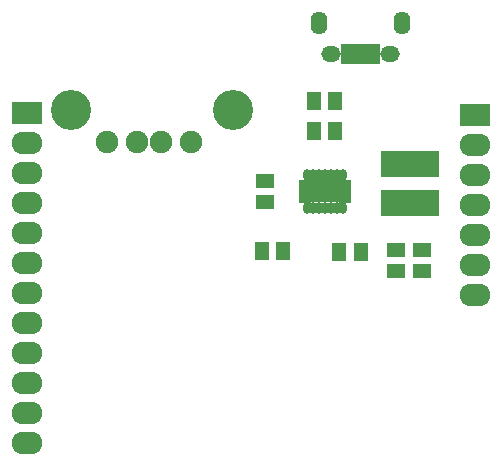
<source format=gts>
G04 #@! TF.FileFunction,Soldermask,Top*
%FSLAX46Y46*%
G04 Gerber Fmt 4.6, Leading zero omitted, Abs format (unit mm)*
G04 Created by KiCad (PCBNEW 4.0.2-stable) date 6/15/2017 1:23:54 PM*
%MOMM*%
G01*
G04 APERTURE LIST*
%ADD10C,0.100000*%
%ADD11O,0.640000X1.000000*%
%ADD12R,3.250000X1.980000*%
%ADD13R,0.975000X0.600000*%
%ADD14R,1.600000X1.200000*%
%ADD15R,1.200000X1.600000*%
%ADD16R,0.800000X1.750000*%
%ADD17O,1.650000X1.350000*%
%ADD18O,1.400000X1.950000*%
%ADD19R,4.900000X2.200000*%
%ADD20C,1.900000*%
%ADD21C,3.400000*%
%ADD22R,2.599640X1.924000*%
%ADD23O,2.599640X1.924000*%
G04 APERTURE END LIST*
D10*
D11*
X149876300Y-87074100D03*
X150376300Y-87074100D03*
X150876300Y-87074100D03*
X151376300Y-87074100D03*
X151876300Y-87074100D03*
X152376300Y-87074100D03*
X152876300Y-87074100D03*
X152876300Y-84274100D03*
X152376300Y-84274100D03*
X151876300Y-84274100D03*
X151376300Y-84274100D03*
X150876300Y-84274100D03*
X150376300Y-84274100D03*
X149876300Y-84274100D03*
D12*
X151376300Y-85674100D03*
D13*
X149663800Y-84984100D03*
X149663800Y-86364100D03*
X149663800Y-85904100D03*
X149663800Y-85444100D03*
X153088800Y-85444100D03*
X153088800Y-84984100D03*
X153088800Y-85904100D03*
X153088800Y-86364100D03*
D14*
X159613600Y-90641600D03*
X159613600Y-92441600D03*
X157378400Y-90641600D03*
X157378400Y-92441600D03*
D15*
X147831300Y-90754100D03*
X146031300Y-90754100D03*
X154417600Y-90830400D03*
X152617600Y-90830400D03*
D14*
X146296300Y-84774100D03*
X146296300Y-86574100D03*
D15*
X150476300Y-78054100D03*
X152276300Y-78054100D03*
X150476300Y-80594100D03*
X152276300Y-80594100D03*
D16*
X155719300Y-74070200D03*
X155069300Y-74070200D03*
X154419300Y-74070200D03*
X153769300Y-74070200D03*
X153119300Y-74070200D03*
D17*
X156919300Y-74070200D03*
X151919300Y-74070200D03*
D18*
X157919300Y-71370200D03*
X150919300Y-71370200D03*
D19*
X158597600Y-83389200D03*
X158597600Y-86689200D03*
D20*
X132894800Y-81483200D03*
X135434800Y-81483200D03*
X137464800Y-81483200D03*
X140004800Y-81483200D03*
D21*
X129844800Y-78813200D03*
X143564800Y-78813200D03*
D22*
X164084000Y-79197200D03*
D23*
X164084000Y-81737200D03*
X164084000Y-84277200D03*
X164084000Y-86817200D03*
X164084000Y-89357200D03*
X164084000Y-91897200D03*
X164084000Y-94437200D03*
D22*
X126187200Y-78994000D03*
D23*
X126187200Y-81534000D03*
X126187200Y-84074000D03*
X126187200Y-86614000D03*
X126187200Y-89154000D03*
X126187200Y-91694000D03*
X126187200Y-94234000D03*
X126187200Y-96774000D03*
X126187200Y-99314000D03*
X126187200Y-101854000D03*
X126187200Y-104394000D03*
X126187200Y-106934000D03*
M02*

</source>
